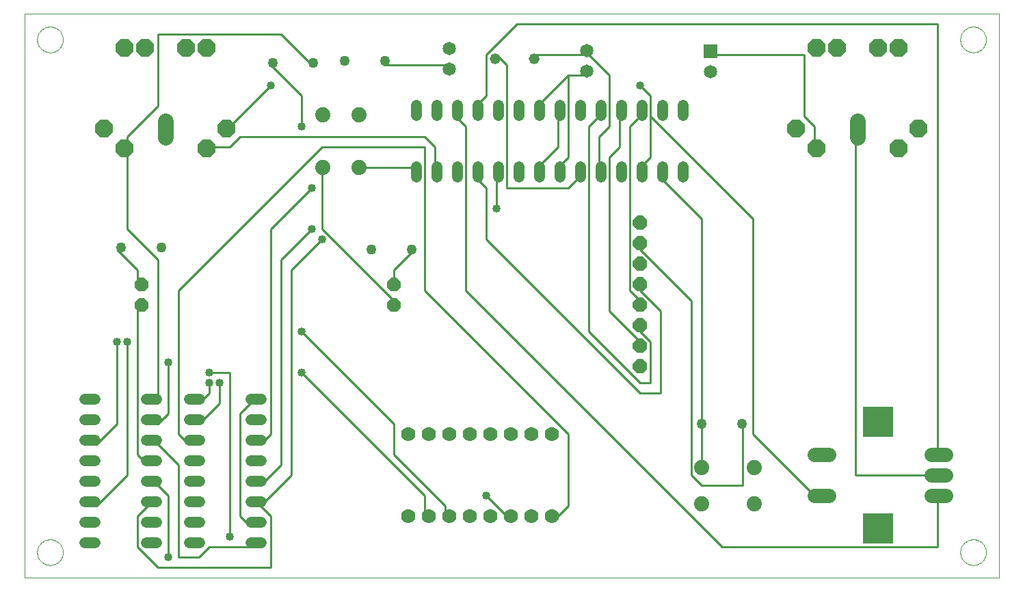
<source format=gtl>
G75*
G70*
%OFA0B0*%
%FSLAX24Y24*%
%IPPOS*%
%LPD*%
%AMOC8*
5,1,8,0,0,1.08239X$1,22.5*
%
%ADD10C,0.0000*%
%ADD11C,0.0520*%
%ADD12C,0.0740*%
%ADD13C,0.0500*%
%ADD14C,0.0520*%
%ADD15C,0.0650*%
%ADD16C,0.0780*%
%ADD17OC8,0.0860*%
%ADD18OC8,0.0660*%
%ADD19C,0.0700*%
%ADD20C,0.0700*%
%ADD21R,0.1500X0.1500*%
%ADD22R,0.0650X0.0650*%
%ADD23OC8,0.0700*%
%ADD24C,0.0100*%
%ADD25C,0.0400*%
D10*
X000101Y000106D02*
X000101Y027606D01*
X047601Y027606D01*
X047601Y000106D01*
X000101Y000106D01*
X000726Y001356D02*
X000728Y001406D01*
X000734Y001455D01*
X000744Y001504D01*
X000757Y001551D01*
X000775Y001598D01*
X000796Y001643D01*
X000820Y001686D01*
X000848Y001727D01*
X000879Y001766D01*
X000913Y001802D01*
X000950Y001836D01*
X000990Y001866D01*
X001031Y001893D01*
X001075Y001917D01*
X001120Y001937D01*
X001167Y001953D01*
X001215Y001966D01*
X001264Y001975D01*
X001314Y001980D01*
X001363Y001981D01*
X001413Y001978D01*
X001462Y001971D01*
X001511Y001960D01*
X001558Y001946D01*
X001604Y001927D01*
X001649Y001905D01*
X001692Y001880D01*
X001732Y001851D01*
X001770Y001819D01*
X001806Y001785D01*
X001839Y001747D01*
X001868Y001707D01*
X001894Y001665D01*
X001917Y001621D01*
X001936Y001575D01*
X001952Y001528D01*
X001964Y001479D01*
X001972Y001430D01*
X001976Y001381D01*
X001976Y001331D01*
X001972Y001282D01*
X001964Y001233D01*
X001952Y001184D01*
X001936Y001137D01*
X001917Y001091D01*
X001894Y001047D01*
X001868Y001005D01*
X001839Y000965D01*
X001806Y000927D01*
X001770Y000893D01*
X001732Y000861D01*
X001692Y000832D01*
X001649Y000807D01*
X001604Y000785D01*
X001558Y000766D01*
X001511Y000752D01*
X001462Y000741D01*
X001413Y000734D01*
X001363Y000731D01*
X001314Y000732D01*
X001264Y000737D01*
X001215Y000746D01*
X001167Y000759D01*
X001120Y000775D01*
X001075Y000795D01*
X001031Y000819D01*
X000990Y000846D01*
X000950Y000876D01*
X000913Y000910D01*
X000879Y000946D01*
X000848Y000985D01*
X000820Y001026D01*
X000796Y001069D01*
X000775Y001114D01*
X000757Y001161D01*
X000744Y001208D01*
X000734Y001257D01*
X000728Y001306D01*
X000726Y001356D01*
X045726Y001356D02*
X045728Y001406D01*
X045734Y001455D01*
X045744Y001504D01*
X045757Y001551D01*
X045775Y001598D01*
X045796Y001643D01*
X045820Y001686D01*
X045848Y001727D01*
X045879Y001766D01*
X045913Y001802D01*
X045950Y001836D01*
X045990Y001866D01*
X046031Y001893D01*
X046075Y001917D01*
X046120Y001937D01*
X046167Y001953D01*
X046215Y001966D01*
X046264Y001975D01*
X046314Y001980D01*
X046363Y001981D01*
X046413Y001978D01*
X046462Y001971D01*
X046511Y001960D01*
X046558Y001946D01*
X046604Y001927D01*
X046649Y001905D01*
X046692Y001880D01*
X046732Y001851D01*
X046770Y001819D01*
X046806Y001785D01*
X046839Y001747D01*
X046868Y001707D01*
X046894Y001665D01*
X046917Y001621D01*
X046936Y001575D01*
X046952Y001528D01*
X046964Y001479D01*
X046972Y001430D01*
X046976Y001381D01*
X046976Y001331D01*
X046972Y001282D01*
X046964Y001233D01*
X046952Y001184D01*
X046936Y001137D01*
X046917Y001091D01*
X046894Y001047D01*
X046868Y001005D01*
X046839Y000965D01*
X046806Y000927D01*
X046770Y000893D01*
X046732Y000861D01*
X046692Y000832D01*
X046649Y000807D01*
X046604Y000785D01*
X046558Y000766D01*
X046511Y000752D01*
X046462Y000741D01*
X046413Y000734D01*
X046363Y000731D01*
X046314Y000732D01*
X046264Y000737D01*
X046215Y000746D01*
X046167Y000759D01*
X046120Y000775D01*
X046075Y000795D01*
X046031Y000819D01*
X045990Y000846D01*
X045950Y000876D01*
X045913Y000910D01*
X045879Y000946D01*
X045848Y000985D01*
X045820Y001026D01*
X045796Y001069D01*
X045775Y001114D01*
X045757Y001161D01*
X045744Y001208D01*
X045734Y001257D01*
X045728Y001306D01*
X045726Y001356D01*
X045726Y026356D02*
X045728Y026406D01*
X045734Y026455D01*
X045744Y026504D01*
X045757Y026551D01*
X045775Y026598D01*
X045796Y026643D01*
X045820Y026686D01*
X045848Y026727D01*
X045879Y026766D01*
X045913Y026802D01*
X045950Y026836D01*
X045990Y026866D01*
X046031Y026893D01*
X046075Y026917D01*
X046120Y026937D01*
X046167Y026953D01*
X046215Y026966D01*
X046264Y026975D01*
X046314Y026980D01*
X046363Y026981D01*
X046413Y026978D01*
X046462Y026971D01*
X046511Y026960D01*
X046558Y026946D01*
X046604Y026927D01*
X046649Y026905D01*
X046692Y026880D01*
X046732Y026851D01*
X046770Y026819D01*
X046806Y026785D01*
X046839Y026747D01*
X046868Y026707D01*
X046894Y026665D01*
X046917Y026621D01*
X046936Y026575D01*
X046952Y026528D01*
X046964Y026479D01*
X046972Y026430D01*
X046976Y026381D01*
X046976Y026331D01*
X046972Y026282D01*
X046964Y026233D01*
X046952Y026184D01*
X046936Y026137D01*
X046917Y026091D01*
X046894Y026047D01*
X046868Y026005D01*
X046839Y025965D01*
X046806Y025927D01*
X046770Y025893D01*
X046732Y025861D01*
X046692Y025832D01*
X046649Y025807D01*
X046604Y025785D01*
X046558Y025766D01*
X046511Y025752D01*
X046462Y025741D01*
X046413Y025734D01*
X046363Y025731D01*
X046314Y025732D01*
X046264Y025737D01*
X046215Y025746D01*
X046167Y025759D01*
X046120Y025775D01*
X046075Y025795D01*
X046031Y025819D01*
X045990Y025846D01*
X045950Y025876D01*
X045913Y025910D01*
X045879Y025946D01*
X045848Y025985D01*
X045820Y026026D01*
X045796Y026069D01*
X045775Y026114D01*
X045757Y026161D01*
X045744Y026208D01*
X045734Y026257D01*
X045728Y026306D01*
X045726Y026356D01*
X000726Y026356D02*
X000728Y026406D01*
X000734Y026455D01*
X000744Y026504D01*
X000757Y026551D01*
X000775Y026598D01*
X000796Y026643D01*
X000820Y026686D01*
X000848Y026727D01*
X000879Y026766D01*
X000913Y026802D01*
X000950Y026836D01*
X000990Y026866D01*
X001031Y026893D01*
X001075Y026917D01*
X001120Y026937D01*
X001167Y026953D01*
X001215Y026966D01*
X001264Y026975D01*
X001314Y026980D01*
X001363Y026981D01*
X001413Y026978D01*
X001462Y026971D01*
X001511Y026960D01*
X001558Y026946D01*
X001604Y026927D01*
X001649Y026905D01*
X001692Y026880D01*
X001732Y026851D01*
X001770Y026819D01*
X001806Y026785D01*
X001839Y026747D01*
X001868Y026707D01*
X001894Y026665D01*
X001917Y026621D01*
X001936Y026575D01*
X001952Y026528D01*
X001964Y026479D01*
X001972Y026430D01*
X001976Y026381D01*
X001976Y026331D01*
X001972Y026282D01*
X001964Y026233D01*
X001952Y026184D01*
X001936Y026137D01*
X001917Y026091D01*
X001894Y026047D01*
X001868Y026005D01*
X001839Y025965D01*
X001806Y025927D01*
X001770Y025893D01*
X001732Y025861D01*
X001692Y025832D01*
X001649Y025807D01*
X001604Y025785D01*
X001558Y025766D01*
X001511Y025752D01*
X001462Y025741D01*
X001413Y025734D01*
X001363Y025731D01*
X001314Y025732D01*
X001264Y025737D01*
X001215Y025746D01*
X001167Y025759D01*
X001120Y025775D01*
X001075Y025795D01*
X001031Y025819D01*
X000990Y025846D01*
X000950Y025876D01*
X000913Y025910D01*
X000879Y025946D01*
X000848Y025985D01*
X000820Y026026D01*
X000796Y026069D01*
X000775Y026114D01*
X000757Y026161D01*
X000744Y026208D01*
X000734Y026257D01*
X000728Y026306D01*
X000726Y026356D01*
D11*
X019201Y023166D02*
X019201Y022646D01*
X020201Y022646D02*
X020201Y023166D01*
X021201Y023166D02*
X021201Y022646D01*
X022201Y022646D02*
X022201Y023166D01*
X023201Y023166D02*
X023201Y022646D01*
X024201Y022646D02*
X024201Y023166D01*
X025201Y023166D02*
X025201Y022646D01*
X026201Y022646D02*
X026201Y023166D01*
X027201Y023166D02*
X027201Y022646D01*
X028201Y022646D02*
X028201Y023166D01*
X029201Y023166D02*
X029201Y022646D01*
X030201Y022646D02*
X030201Y023166D01*
X031201Y023166D02*
X031201Y022646D01*
X032201Y022646D02*
X032201Y023166D01*
X032201Y020166D02*
X032201Y019646D01*
X031201Y019646D02*
X031201Y020166D01*
X030201Y020166D02*
X030201Y019646D01*
X029201Y019646D02*
X029201Y020166D01*
X028201Y020166D02*
X028201Y019646D01*
X027201Y019646D02*
X027201Y020166D01*
X026201Y020166D02*
X026201Y019646D01*
X025201Y019646D02*
X025201Y020166D01*
X024201Y020166D02*
X024201Y019646D01*
X023201Y019646D02*
X023201Y020166D01*
X022201Y020166D02*
X022201Y019646D01*
X021201Y019646D02*
X021201Y020166D01*
X020201Y020166D02*
X020201Y019646D01*
X019201Y019646D02*
X019201Y020166D01*
X011661Y008806D02*
X011141Y008806D01*
X011141Y007806D02*
X011661Y007806D01*
X011661Y006806D02*
X011141Y006806D01*
X011141Y005806D02*
X011661Y005806D01*
X011661Y004806D02*
X011141Y004806D01*
X011141Y003806D02*
X011661Y003806D01*
X011661Y002806D02*
X011141Y002806D01*
X011141Y001806D02*
X011661Y001806D01*
X008661Y001806D02*
X008141Y001806D01*
X006561Y001806D02*
X006041Y001806D01*
X006041Y002806D02*
X006561Y002806D01*
X006561Y003806D02*
X006041Y003806D01*
X006041Y004806D02*
X006561Y004806D01*
X006561Y005806D02*
X006041Y005806D01*
X006041Y006806D02*
X006561Y006806D01*
X008141Y006806D02*
X008661Y006806D01*
X008661Y007806D02*
X008141Y007806D01*
X008141Y008806D02*
X008661Y008806D01*
X006561Y008806D02*
X006041Y008806D01*
X006041Y007806D02*
X006561Y007806D01*
X003561Y007806D02*
X003041Y007806D01*
X003041Y008806D02*
X003561Y008806D01*
X003561Y006806D02*
X003041Y006806D01*
X003041Y005806D02*
X003561Y005806D01*
X003561Y004806D02*
X003041Y004806D01*
X003041Y003806D02*
X003561Y003806D01*
X003561Y002806D02*
X003041Y002806D01*
X003041Y001806D02*
X003561Y001806D01*
X008141Y002806D02*
X008661Y002806D01*
X008661Y003806D02*
X008141Y003806D01*
X008141Y004806D02*
X008661Y004806D01*
X008661Y005806D02*
X008141Y005806D01*
D12*
X033121Y005496D03*
X035681Y005496D03*
X035681Y003716D03*
X033121Y003716D03*
X016416Y020126D03*
X014636Y020126D03*
X014636Y022686D03*
X016416Y022686D03*
D13*
X014185Y025206D03*
X015717Y025306D03*
X017685Y025306D03*
X012217Y025206D03*
X017017Y016106D03*
X018985Y016106D03*
X006785Y016206D03*
X004817Y016206D03*
X033117Y007606D03*
X035085Y007606D03*
D14*
X024951Y025406D03*
X023051Y025406D03*
D15*
X020801Y025906D03*
X020801Y024906D03*
X027501Y024806D03*
X027501Y025806D03*
X033551Y024781D03*
D16*
X040726Y022379D02*
X040726Y021599D01*
X006976Y021599D02*
X006976Y022379D01*
D17*
X008976Y021067D03*
X009936Y022028D03*
X004976Y021067D03*
X003976Y022028D03*
X004976Y025949D03*
X005976Y025949D03*
X007976Y025949D03*
X008976Y025949D03*
X037726Y022028D03*
X038726Y021067D03*
X042726Y021067D03*
X043686Y022028D03*
X042726Y025949D03*
X041726Y025949D03*
X039726Y025949D03*
X038726Y025949D03*
D18*
X018101Y014406D03*
X018101Y013406D03*
X005801Y013406D03*
X005801Y014406D03*
D19*
X018801Y007106D03*
X019801Y007106D03*
X020801Y007106D03*
X021801Y007106D03*
X022801Y007106D03*
X023801Y007106D03*
X024801Y007106D03*
X025801Y007106D03*
X025801Y003106D03*
X024801Y003106D03*
X023801Y003106D03*
X022801Y003106D03*
X021801Y003106D03*
X020801Y003106D03*
X019801Y003106D03*
X018801Y003106D03*
D20*
X038601Y004106D02*
X039301Y004106D01*
X039301Y006106D02*
X038601Y006106D01*
X044301Y006106D02*
X045001Y006106D01*
X045001Y005106D02*
X044301Y005106D01*
X044301Y004106D02*
X045001Y004106D01*
D21*
X041701Y002506D03*
X041701Y007706D03*
D22*
X033551Y025781D03*
D23*
X030101Y017406D03*
X030101Y016406D03*
X030101Y015406D03*
X030101Y014406D03*
X030101Y013406D03*
X030101Y012406D03*
X030101Y011406D03*
X030101Y010406D03*
D24*
X030101Y009606D02*
X030601Y009606D01*
X030601Y011606D01*
X030101Y012106D01*
X030101Y012406D01*
X030101Y011606D02*
X028601Y013106D01*
X028601Y020606D01*
X029101Y021106D01*
X029101Y022606D01*
X029201Y022906D01*
X029601Y022106D02*
X030101Y022606D01*
X030201Y022906D01*
X030601Y022606D02*
X035601Y017606D01*
X035601Y007106D01*
X038601Y004106D01*
X038951Y004106D01*
X040601Y005106D02*
X044651Y005106D01*
X044651Y006106D02*
X044601Y006106D01*
X044601Y027106D01*
X024101Y027106D01*
X022601Y025606D01*
X022601Y023606D01*
X022101Y023106D01*
X022201Y022906D01*
X021201Y022906D02*
X021101Y022606D01*
X021601Y022106D01*
X021601Y014106D01*
X034101Y001606D01*
X044601Y001606D01*
X044601Y004106D01*
X044651Y004106D01*
X040601Y005106D02*
X040601Y021606D01*
X040726Y021989D01*
X038601Y022106D02*
X038601Y021106D01*
X038726Y021067D01*
X038601Y022106D02*
X038101Y022606D01*
X038101Y025606D01*
X033601Y025606D01*
X033551Y025781D01*
X030601Y023606D02*
X030101Y024106D01*
X030601Y023606D02*
X030601Y022606D01*
X030601Y020606D01*
X030101Y020106D01*
X030201Y019906D01*
X031101Y019606D02*
X031201Y019906D01*
X031101Y019606D02*
X033101Y017606D01*
X033101Y007606D01*
X033117Y007606D01*
X033101Y007606D02*
X033101Y005606D01*
X033121Y005496D01*
X032601Y005106D02*
X033101Y004606D01*
X035101Y004606D01*
X035101Y007606D01*
X035085Y007606D01*
X031101Y009106D02*
X031101Y013106D01*
X030101Y014106D01*
X030101Y014406D01*
X029601Y014106D02*
X030101Y013606D01*
X030101Y013406D01*
X029601Y014106D02*
X029601Y022106D01*
X028601Y022106D02*
X028601Y024606D01*
X027601Y025606D01*
X027501Y025806D01*
X027601Y025606D02*
X025101Y025606D01*
X024951Y025406D01*
X023601Y025106D02*
X023101Y025606D01*
X023051Y025406D01*
X023601Y025106D02*
X023601Y019106D01*
X026601Y019106D01*
X027101Y019606D01*
X027201Y019906D01*
X028101Y020106D02*
X028201Y019906D01*
X028101Y020106D02*
X028101Y021606D01*
X028601Y022106D01*
X028101Y022606D02*
X028201Y022906D01*
X028101Y022606D02*
X027601Y022106D01*
X027601Y012106D01*
X030101Y009606D01*
X030101Y009106D02*
X031101Y009106D01*
X030101Y009106D02*
X022601Y016606D01*
X022601Y019106D01*
X022101Y019606D01*
X022201Y019906D01*
X023101Y019606D02*
X023201Y019906D01*
X023101Y019606D02*
X023101Y018106D01*
X025201Y019906D02*
X025101Y020106D01*
X026101Y021106D01*
X026101Y022606D01*
X026201Y022906D01*
X025201Y022906D02*
X025101Y023106D01*
X026601Y024606D01*
X026601Y020606D01*
X026101Y020106D01*
X026201Y019906D01*
X030101Y016406D02*
X030101Y016106D01*
X032601Y013606D01*
X032601Y005106D01*
X026601Y003606D02*
X026101Y003106D01*
X025801Y003106D01*
X026601Y003606D02*
X026601Y007106D01*
X019601Y014106D01*
X019601Y021106D01*
X014601Y021106D01*
X007601Y014106D01*
X007601Y007106D01*
X008101Y006606D01*
X008401Y006806D01*
X008601Y007606D02*
X008401Y007806D01*
X008601Y007606D02*
X009601Y008606D01*
X009601Y009606D01*
X009101Y009606D02*
X009101Y009106D01*
X008601Y008606D01*
X008401Y008806D01*
X007101Y008106D02*
X007101Y010606D01*
X009101Y010106D02*
X010101Y010106D01*
X010101Y002106D01*
X010601Y003106D02*
X011101Y002606D01*
X011401Y002806D01*
X012101Y003106D02*
X011601Y003606D01*
X011401Y003806D01*
X011601Y003606D02*
X013101Y005106D01*
X013101Y015106D01*
X014601Y016606D01*
X014601Y017106D02*
X014601Y020106D01*
X014636Y020126D01*
X016416Y020126D02*
X016601Y020106D01*
X019101Y020106D01*
X019201Y019906D01*
X020101Y020106D02*
X020201Y019906D01*
X020101Y020106D02*
X020101Y021106D01*
X019601Y021606D01*
X010601Y021606D01*
X010101Y021106D01*
X009101Y021106D01*
X008976Y021067D01*
X009936Y022028D02*
X010101Y022106D01*
X012101Y024106D01*
X012101Y025106D02*
X012217Y025206D01*
X012101Y025106D02*
X013601Y023606D01*
X013601Y022106D01*
X014101Y025106D02*
X014185Y025206D01*
X014101Y025106D02*
X012601Y026606D01*
X006601Y026606D01*
X006601Y023106D01*
X005101Y021606D01*
X005101Y021106D01*
X004976Y021067D01*
X005101Y021106D02*
X005101Y017106D01*
X006601Y015606D01*
X006601Y008606D01*
X006301Y008806D01*
X007101Y008106D02*
X006601Y007606D01*
X006301Y007806D01*
X006301Y006806D02*
X006601Y006606D01*
X007601Y005606D01*
X007601Y001106D01*
X008601Y001106D01*
X009101Y001606D01*
X011101Y001606D01*
X011401Y001806D01*
X012101Y000606D02*
X012101Y003106D01*
X010601Y003106D02*
X010601Y008106D01*
X011101Y008606D01*
X011401Y008806D01*
X013601Y010106D02*
X019601Y004106D01*
X019601Y003106D01*
X019801Y003106D01*
X020601Y003106D02*
X020601Y003606D01*
X018101Y006106D01*
X018101Y007606D01*
X013601Y012106D01*
X018101Y013406D02*
X018101Y013606D01*
X014601Y017106D01*
X014101Y017106D02*
X012601Y015606D01*
X012601Y005606D01*
X011601Y004606D01*
X011401Y004806D01*
X011601Y006606D02*
X011401Y006806D01*
X011601Y006606D02*
X012101Y007106D01*
X012101Y017106D01*
X014101Y019106D01*
X018101Y015106D02*
X019101Y016106D01*
X018985Y016106D01*
X018101Y015106D02*
X018101Y014406D01*
X030101Y011606D02*
X030101Y011406D01*
X022601Y004106D02*
X023601Y003106D01*
X023801Y003106D01*
X020801Y003106D02*
X020601Y003106D01*
X012101Y000606D02*
X006601Y000606D01*
X005601Y001606D01*
X005601Y003106D01*
X006301Y003806D01*
X007101Y004106D02*
X006601Y004606D01*
X006301Y004806D01*
X006101Y005606D02*
X006301Y005806D01*
X006101Y005606D02*
X005601Y006106D01*
X005601Y013606D01*
X005801Y013406D01*
X005801Y014406D02*
X005601Y014606D01*
X005601Y015106D01*
X004601Y016106D01*
X004817Y016206D01*
X004601Y011606D02*
X004601Y007606D01*
X003601Y006606D01*
X003301Y006806D01*
X005101Y005106D02*
X005101Y011606D01*
X005101Y005106D02*
X003601Y003606D01*
X003301Y003806D01*
X007101Y004106D02*
X007101Y001106D01*
X026601Y024606D02*
X027601Y024606D01*
X027501Y024806D01*
X020801Y024906D02*
X020601Y025106D01*
X017601Y025106D01*
X017685Y025306D01*
D25*
X012101Y024106D03*
X013601Y022106D03*
X014101Y019106D03*
X014101Y017106D03*
X014601Y016606D03*
X013601Y012106D03*
X013601Y010106D03*
X009601Y009606D03*
X009101Y009606D03*
X009101Y010106D03*
X007101Y010606D03*
X005101Y011606D03*
X004601Y011606D03*
X010101Y002106D03*
X007101Y001106D03*
X022601Y004106D03*
X023101Y018106D03*
X030101Y024106D03*
M02*

</source>
